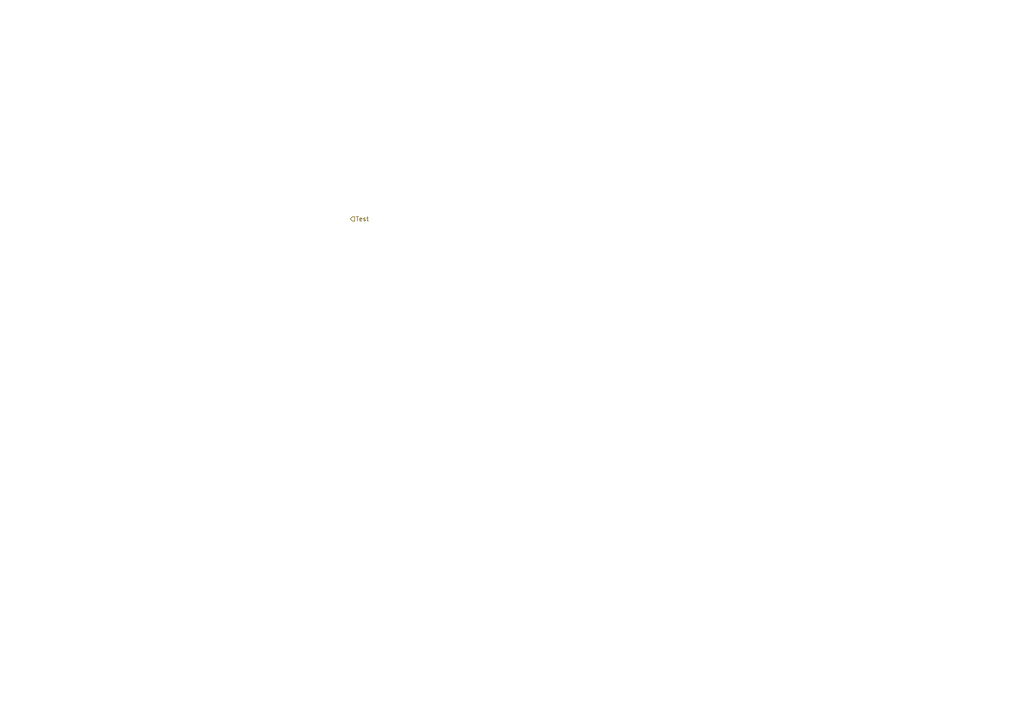
<source format=kicad_sch>
(kicad_sch (version 20211123) (generator eeschema)
  (paper "A4")
  (lib_symbols)
  (hierarchical_label "Test" (shape input) (at 101.6 63.5 0))
)
</source>
